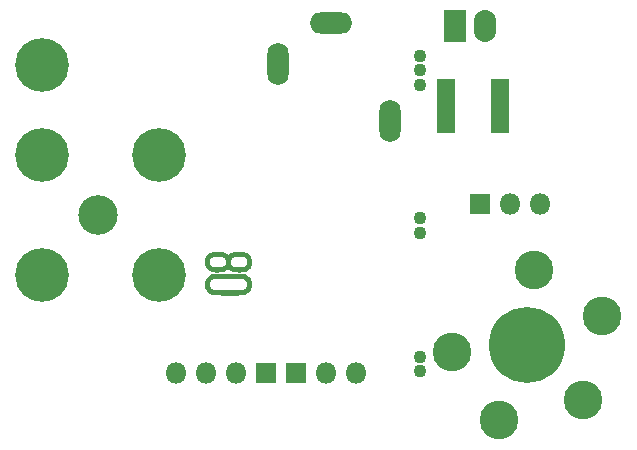
<source format=gts>
G04 #@! TF.FileFunction,Soldermask,Top*
%FSLAX46Y46*%
G04 Gerber Fmt 4.6, Leading zero omitted, Abs format (unit mm)*
G04 Created by KiCad (PCBNEW 4.0.2-stable) date 2019-06-10 2:37:03 PM*
%MOMM*%
G01*
G04 APERTURE LIST*
%ADD10C,0.200000*%
%ADD11C,0.010000*%
%ADD12C,1.100000*%
%ADD13R,1.600000X4.600000*%
%ADD14R,1.800000X1.800000*%
%ADD15O,1.800000X1.800000*%
%ADD16R,1.900000X2.700000*%
%ADD17O,1.900000X2.700000*%
%ADD18C,6.450000*%
%ADD19C,3.275000*%
%ADD20C,3.351200*%
%ADD21C,4.545000*%
%ADD22O,3.600000X1.800000*%
%ADD23O,1.800000X3.600000*%
G04 APERTURE END LIST*
D10*
D11*
G36*
X319452801Y-79552528D02*
X319437957Y-79662340D01*
X319411940Y-79765105D01*
X319374695Y-79857269D01*
X319374065Y-79858524D01*
X319319400Y-79949825D01*
X319252872Y-80029712D01*
X319173996Y-80098430D01*
X319082290Y-80156225D01*
X318977270Y-80203343D01*
X318858453Y-80240032D01*
X318725354Y-80266536D01*
X318577491Y-80283102D01*
X318534716Y-80285918D01*
X318433071Y-80289195D01*
X318325885Y-80288210D01*
X318219123Y-80283231D01*
X318118748Y-80274528D01*
X318036899Y-80263419D01*
X317972667Y-80250257D01*
X317902924Y-80231843D01*
X317833307Y-80209973D01*
X317769451Y-80186442D01*
X317716990Y-80163044D01*
X317709498Y-80159148D01*
X317671357Y-80136707D01*
X317629331Y-80108698D01*
X317587869Y-80078428D01*
X317551416Y-80049201D01*
X317524417Y-80024324D01*
X317517060Y-80016083D01*
X317497353Y-79991679D01*
X317455587Y-80031319D01*
X317366465Y-80103481D01*
X317263474Y-80163961D01*
X317146639Y-80212750D01*
X317015982Y-80249837D01*
X316942861Y-80264447D01*
X316857687Y-80275997D01*
X316759829Y-80283805D01*
X316654215Y-80287870D01*
X316545773Y-80288193D01*
X316439431Y-80284774D01*
X316340116Y-80277613D01*
X316252756Y-80266711D01*
X316238949Y-80264399D01*
X316104175Y-80233958D01*
X315983652Y-80192321D01*
X315877313Y-80139433D01*
X315785089Y-80075238D01*
X315706913Y-79999682D01*
X315642718Y-79912709D01*
X315592434Y-79814264D01*
X315557594Y-79710464D01*
X315548091Y-79661932D01*
X315540889Y-79600275D01*
X315536119Y-79530382D01*
X315533916Y-79457140D01*
X315534413Y-79385438D01*
X315537742Y-79320165D01*
X315544036Y-79266208D01*
X315545305Y-79259070D01*
X315574109Y-79144854D01*
X315615406Y-79042477D01*
X315669559Y-78951646D01*
X315736927Y-78872074D01*
X315817873Y-78803468D01*
X315912759Y-78745539D01*
X316021945Y-78697997D01*
X316145794Y-78660552D01*
X316284667Y-78632913D01*
X316334321Y-78625834D01*
X316381428Y-78621405D01*
X316442092Y-78618203D01*
X316511909Y-78616229D01*
X316529662Y-78616052D01*
X316529662Y-78962994D01*
X316455632Y-78964663D01*
X316390224Y-78968255D01*
X316337254Y-78973859D01*
X316334321Y-78974297D01*
X316224455Y-78996218D01*
X316130512Y-79026362D01*
X316051956Y-79065321D01*
X315988250Y-79113685D01*
X315938858Y-79172048D01*
X315903243Y-79240999D01*
X315880869Y-79321131D01*
X315871200Y-79413035D01*
X315871691Y-79484406D01*
X315876249Y-79540397D01*
X315884164Y-79593325D01*
X315893851Y-79634085D01*
X315921889Y-79704481D01*
X315959734Y-79763284D01*
X316009088Y-79811995D01*
X316071654Y-79852115D01*
X316149134Y-79885145D01*
X316195326Y-79899855D01*
X316256812Y-79915384D01*
X316321927Y-79926978D01*
X316394062Y-79934992D01*
X316476606Y-79939778D01*
X316572952Y-79941690D01*
X316597631Y-79941760D01*
X316731444Y-79938698D01*
X316849074Y-79929185D01*
X316951450Y-79912799D01*
X317039498Y-79889119D01*
X317114149Y-79857722D01*
X317176331Y-79818186D01*
X317226971Y-79770090D01*
X317266999Y-79713012D01*
X317297343Y-79646530D01*
X317306216Y-79619750D01*
X317316697Y-79569437D01*
X317322438Y-79507598D01*
X317323499Y-79440205D01*
X317319939Y-79373229D01*
X317311819Y-79312640D01*
X317302751Y-79274915D01*
X317272231Y-79201770D01*
X317228808Y-79139131D01*
X317171736Y-79086409D01*
X317100274Y-79043015D01*
X317013676Y-79008360D01*
X316941146Y-78988396D01*
X316895541Y-78980389D01*
X316835656Y-78973774D01*
X316765310Y-78968638D01*
X316688317Y-78965070D01*
X316608495Y-78963159D01*
X316529662Y-78962994D01*
X316529662Y-78616052D01*
X316586471Y-78615484D01*
X316661370Y-78615969D01*
X316732202Y-78617685D01*
X316794558Y-78620632D01*
X316844032Y-78624813D01*
X316851393Y-78625718D01*
X316995438Y-78650250D01*
X317124138Y-78684094D01*
X317237793Y-78727373D01*
X317336699Y-78780209D01*
X317421156Y-78842724D01*
X317452286Y-78871790D01*
X317490750Y-78910293D01*
X317533928Y-78869972D01*
X317612239Y-78805646D01*
X317699221Y-78751375D01*
X317796286Y-78706665D01*
X317904842Y-78671021D01*
X318026299Y-78643952D01*
X318162068Y-78624962D01*
X318257001Y-78616829D01*
X318335077Y-78613970D01*
X318335077Y-78962486D01*
X318262684Y-78963701D01*
X318199037Y-78966821D01*
X318155718Y-78970926D01*
X318052061Y-78988539D01*
X317959649Y-79013592D01*
X317880403Y-79045426D01*
X317816243Y-79083383D01*
X317806897Y-79090458D01*
X317764319Y-79133743D01*
X317727064Y-79190749D01*
X317697224Y-79257347D01*
X317676887Y-79329406D01*
X317672182Y-79356679D01*
X317667965Y-79410740D01*
X317668350Y-79473929D01*
X317672914Y-79538502D01*
X317681237Y-79596715D01*
X317686519Y-79620417D01*
X317712161Y-79693147D01*
X317748923Y-79754544D01*
X317798135Y-79805824D01*
X317861126Y-79848207D01*
X317939225Y-79882911D01*
X317991604Y-79899894D01*
X318053081Y-79915415D01*
X318118224Y-79927003D01*
X318190420Y-79935010D01*
X318273051Y-79939789D01*
X318369504Y-79941692D01*
X318393774Y-79941760D01*
X318487483Y-79940721D01*
X318567015Y-79937326D01*
X318636225Y-79931208D01*
X318698968Y-79922002D01*
X318759101Y-79909340D01*
X318774275Y-79905567D01*
X318865526Y-79876062D01*
X318941473Y-79837679D01*
X319002759Y-79789568D01*
X319050025Y-79730878D01*
X319083913Y-79660758D01*
X319105066Y-79578359D01*
X319114124Y-79482828D01*
X319114580Y-79454643D01*
X319112562Y-79382977D01*
X319105588Y-79323536D01*
X319092623Y-79270833D01*
X319072636Y-79219380D01*
X319068637Y-79210727D01*
X319029391Y-79148545D01*
X318974371Y-79094397D01*
X318904300Y-79048771D01*
X318819902Y-79012152D01*
X318738250Y-78988660D01*
X318693950Y-78980898D01*
X318635376Y-78974340D01*
X318566366Y-78969103D01*
X318490754Y-78965304D01*
X318412379Y-78963059D01*
X318335077Y-78962486D01*
X318335077Y-78613970D01*
X318374915Y-78612510D01*
X318495435Y-78614833D01*
X318614618Y-78623398D01*
X318728519Y-78637804D01*
X318833193Y-78657650D01*
X318924696Y-78682536D01*
X318933840Y-78685582D01*
X319003741Y-78712708D01*
X319073527Y-78745776D01*
X319136486Y-78781417D01*
X319170519Y-78804332D01*
X319217764Y-78844155D01*
X319266653Y-78894108D01*
X319312179Y-78948474D01*
X319349335Y-79001535D01*
X319361307Y-79022182D01*
X319401520Y-79113908D01*
X319430830Y-79216360D01*
X319449183Y-79325983D01*
X319456524Y-79439224D01*
X319452801Y-79552528D01*
X319452801Y-79552528D01*
G37*
X319452801Y-79552528D02*
X319437957Y-79662340D01*
X319411940Y-79765105D01*
X319374695Y-79857269D01*
X319374065Y-79858524D01*
X319319400Y-79949825D01*
X319252872Y-80029712D01*
X319173996Y-80098430D01*
X319082290Y-80156225D01*
X318977270Y-80203343D01*
X318858453Y-80240032D01*
X318725354Y-80266536D01*
X318577491Y-80283102D01*
X318534716Y-80285918D01*
X318433071Y-80289195D01*
X318325885Y-80288210D01*
X318219123Y-80283231D01*
X318118748Y-80274528D01*
X318036899Y-80263419D01*
X317972667Y-80250257D01*
X317902924Y-80231843D01*
X317833307Y-80209973D01*
X317769451Y-80186442D01*
X317716990Y-80163044D01*
X317709498Y-80159148D01*
X317671357Y-80136707D01*
X317629331Y-80108698D01*
X317587869Y-80078428D01*
X317551416Y-80049201D01*
X317524417Y-80024324D01*
X317517060Y-80016083D01*
X317497353Y-79991679D01*
X317455587Y-80031319D01*
X317366465Y-80103481D01*
X317263474Y-80163961D01*
X317146639Y-80212750D01*
X317015982Y-80249837D01*
X316942861Y-80264447D01*
X316857687Y-80275997D01*
X316759829Y-80283805D01*
X316654215Y-80287870D01*
X316545773Y-80288193D01*
X316439431Y-80284774D01*
X316340116Y-80277613D01*
X316252756Y-80266711D01*
X316238949Y-80264399D01*
X316104175Y-80233958D01*
X315983652Y-80192321D01*
X315877313Y-80139433D01*
X315785089Y-80075238D01*
X315706913Y-79999682D01*
X315642718Y-79912709D01*
X315592434Y-79814264D01*
X315557594Y-79710464D01*
X315548091Y-79661932D01*
X315540889Y-79600275D01*
X315536119Y-79530382D01*
X315533916Y-79457140D01*
X315534413Y-79385438D01*
X315537742Y-79320165D01*
X315544036Y-79266208D01*
X315545305Y-79259070D01*
X315574109Y-79144854D01*
X315615406Y-79042477D01*
X315669559Y-78951646D01*
X315736927Y-78872074D01*
X315817873Y-78803468D01*
X315912759Y-78745539D01*
X316021945Y-78697997D01*
X316145794Y-78660552D01*
X316284667Y-78632913D01*
X316334321Y-78625834D01*
X316381428Y-78621405D01*
X316442092Y-78618203D01*
X316511909Y-78616229D01*
X316529662Y-78616052D01*
X316529662Y-78962994D01*
X316455632Y-78964663D01*
X316390224Y-78968255D01*
X316337254Y-78973859D01*
X316334321Y-78974297D01*
X316224455Y-78996218D01*
X316130512Y-79026362D01*
X316051956Y-79065321D01*
X315988250Y-79113685D01*
X315938858Y-79172048D01*
X315903243Y-79240999D01*
X315880869Y-79321131D01*
X315871200Y-79413035D01*
X315871691Y-79484406D01*
X315876249Y-79540397D01*
X315884164Y-79593325D01*
X315893851Y-79634085D01*
X315921889Y-79704481D01*
X315959734Y-79763284D01*
X316009088Y-79811995D01*
X316071654Y-79852115D01*
X316149134Y-79885145D01*
X316195326Y-79899855D01*
X316256812Y-79915384D01*
X316321927Y-79926978D01*
X316394062Y-79934992D01*
X316476606Y-79939778D01*
X316572952Y-79941690D01*
X316597631Y-79941760D01*
X316731444Y-79938698D01*
X316849074Y-79929185D01*
X316951450Y-79912799D01*
X317039498Y-79889119D01*
X317114149Y-79857722D01*
X317176331Y-79818186D01*
X317226971Y-79770090D01*
X317266999Y-79713012D01*
X317297343Y-79646530D01*
X317306216Y-79619750D01*
X317316697Y-79569437D01*
X317322438Y-79507598D01*
X317323499Y-79440205D01*
X317319939Y-79373229D01*
X317311819Y-79312640D01*
X317302751Y-79274915D01*
X317272231Y-79201770D01*
X317228808Y-79139131D01*
X317171736Y-79086409D01*
X317100274Y-79043015D01*
X317013676Y-79008360D01*
X316941146Y-78988396D01*
X316895541Y-78980389D01*
X316835656Y-78973774D01*
X316765310Y-78968638D01*
X316688317Y-78965070D01*
X316608495Y-78963159D01*
X316529662Y-78962994D01*
X316529662Y-78616052D01*
X316586471Y-78615484D01*
X316661370Y-78615969D01*
X316732202Y-78617685D01*
X316794558Y-78620632D01*
X316844032Y-78624813D01*
X316851393Y-78625718D01*
X316995438Y-78650250D01*
X317124138Y-78684094D01*
X317237793Y-78727373D01*
X317336699Y-78780209D01*
X317421156Y-78842724D01*
X317452286Y-78871790D01*
X317490750Y-78910293D01*
X317533928Y-78869972D01*
X317612239Y-78805646D01*
X317699221Y-78751375D01*
X317796286Y-78706665D01*
X317904842Y-78671021D01*
X318026299Y-78643952D01*
X318162068Y-78624962D01*
X318257001Y-78616829D01*
X318335077Y-78613970D01*
X318335077Y-78962486D01*
X318262684Y-78963701D01*
X318199037Y-78966821D01*
X318155718Y-78970926D01*
X318052061Y-78988539D01*
X317959649Y-79013592D01*
X317880403Y-79045426D01*
X317816243Y-79083383D01*
X317806897Y-79090458D01*
X317764319Y-79133743D01*
X317727064Y-79190749D01*
X317697224Y-79257347D01*
X317676887Y-79329406D01*
X317672182Y-79356679D01*
X317667965Y-79410740D01*
X317668350Y-79473929D01*
X317672914Y-79538502D01*
X317681237Y-79596715D01*
X317686519Y-79620417D01*
X317712161Y-79693147D01*
X317748923Y-79754544D01*
X317798135Y-79805824D01*
X317861126Y-79848207D01*
X317939225Y-79882911D01*
X317991604Y-79899894D01*
X318053081Y-79915415D01*
X318118224Y-79927003D01*
X318190420Y-79935010D01*
X318273051Y-79939789D01*
X318369504Y-79941692D01*
X318393774Y-79941760D01*
X318487483Y-79940721D01*
X318567015Y-79937326D01*
X318636225Y-79931208D01*
X318698968Y-79922002D01*
X318759101Y-79909340D01*
X318774275Y-79905567D01*
X318865526Y-79876062D01*
X318941473Y-79837679D01*
X319002759Y-79789568D01*
X319050025Y-79730878D01*
X319083913Y-79660758D01*
X319105066Y-79578359D01*
X319114124Y-79482828D01*
X319114580Y-79454643D01*
X319112562Y-79382977D01*
X319105588Y-79323536D01*
X319092623Y-79270833D01*
X319072636Y-79219380D01*
X319068637Y-79210727D01*
X319029391Y-79148545D01*
X318974371Y-79094397D01*
X318904300Y-79048771D01*
X318819902Y-79012152D01*
X318738250Y-78988660D01*
X318693950Y-78980898D01*
X318635376Y-78974340D01*
X318566366Y-78969103D01*
X318490754Y-78965304D01*
X318412379Y-78963059D01*
X318335077Y-78962486D01*
X318335077Y-78613970D01*
X318374915Y-78612510D01*
X318495435Y-78614833D01*
X318614618Y-78623398D01*
X318728519Y-78637804D01*
X318833193Y-78657650D01*
X318924696Y-78682536D01*
X318933840Y-78685582D01*
X319003741Y-78712708D01*
X319073527Y-78745776D01*
X319136486Y-78781417D01*
X319170519Y-78804332D01*
X319217764Y-78844155D01*
X319266653Y-78894108D01*
X319312179Y-78948474D01*
X319349335Y-79001535D01*
X319361307Y-79022182D01*
X319401520Y-79113908D01*
X319430830Y-79216360D01*
X319449183Y-79325983D01*
X319456524Y-79439224D01*
X319452801Y-79552528D01*
G36*
X319453064Y-81396670D02*
X319449264Y-81465612D01*
X319443088Y-81527929D01*
X319434635Y-81578714D01*
X319434084Y-81581169D01*
X319399317Y-81698194D01*
X319351055Y-81803488D01*
X319289207Y-81897117D01*
X319213676Y-81979147D01*
X319124371Y-82049644D01*
X319021197Y-82108676D01*
X318904060Y-82156309D01*
X318772866Y-82192608D01*
X318627523Y-82217640D01*
X318519478Y-82228339D01*
X318482984Y-82230184D01*
X318428433Y-82231748D01*
X318355909Y-82233029D01*
X318265494Y-82234027D01*
X318157273Y-82234741D01*
X318031328Y-82235173D01*
X317887744Y-82235319D01*
X317726603Y-82235182D01*
X317547989Y-82234759D01*
X317395679Y-82234227D01*
X317237586Y-82233581D01*
X317096565Y-82232942D01*
X316971541Y-82232290D01*
X316861442Y-82231609D01*
X316765197Y-82230878D01*
X316681731Y-82230079D01*
X316609974Y-82229193D01*
X316548852Y-82228202D01*
X316497293Y-82227086D01*
X316454225Y-82225828D01*
X316418575Y-82224407D01*
X316389270Y-82222806D01*
X316365238Y-82221006D01*
X316345407Y-82218987D01*
X316328704Y-82216732D01*
X316320714Y-82215428D01*
X316198874Y-82190668D01*
X316092201Y-82160705D01*
X315998179Y-82124382D01*
X315914288Y-82080540D01*
X315838010Y-82028021D01*
X315766828Y-81965668D01*
X315757484Y-81956445D01*
X315686840Y-81876611D01*
X315630356Y-81791764D01*
X315587358Y-81700053D01*
X315557176Y-81599626D01*
X315539138Y-81488629D01*
X315532574Y-81365211D01*
X315532606Y-81335862D01*
X315533728Y-81286499D01*
X315535917Y-81237808D01*
X315538837Y-81195969D01*
X315541561Y-81170964D01*
X315563377Y-81071714D01*
X315599102Y-80972716D01*
X315646345Y-80879523D01*
X315701915Y-80798674D01*
X315779166Y-80717189D01*
X315870832Y-80646632D01*
X315976937Y-80586992D01*
X316097504Y-80538257D01*
X316232559Y-80500413D01*
X316311643Y-80484481D01*
X316325621Y-80482611D01*
X316345851Y-80480932D01*
X316373210Y-80479437D01*
X316408576Y-80478115D01*
X316452830Y-80476957D01*
X316506848Y-80475956D01*
X316571510Y-80475101D01*
X316647694Y-80474384D01*
X316736279Y-80473796D01*
X316838143Y-80473328D01*
X316954165Y-80472970D01*
X317085223Y-80472715D01*
X317232196Y-80472553D01*
X317395963Y-80472475D01*
X317482285Y-80472466D01*
X317482285Y-80803339D01*
X317358267Y-80803397D01*
X317235961Y-80803596D01*
X317116895Y-80803936D01*
X317002596Y-80804419D01*
X316894589Y-80805044D01*
X316794402Y-80805811D01*
X316703561Y-80806722D01*
X316623592Y-80807776D01*
X316556023Y-80808973D01*
X316502380Y-80810315D01*
X316464190Y-80811801D01*
X316446408Y-80813031D01*
X316324364Y-80830534D01*
X316217782Y-80857098D01*
X316126224Y-80893051D01*
X316049250Y-80938720D01*
X315986418Y-80994433D01*
X315937291Y-81060518D01*
X315901427Y-81137302D01*
X315878387Y-81225112D01*
X315876237Y-81237821D01*
X315870649Y-81299800D01*
X315871216Y-81369938D01*
X315877414Y-81441229D01*
X315888721Y-81506670D01*
X315899127Y-81544451D01*
X315931815Y-81620711D01*
X315975577Y-81686183D01*
X316031435Y-81741594D01*
X316100410Y-81787671D01*
X316183523Y-81825141D01*
X316281797Y-81854730D01*
X316357758Y-81870712D01*
X316373256Y-81873243D01*
X316390859Y-81875502D01*
X316411684Y-81877509D01*
X316436851Y-81879285D01*
X316467476Y-81880851D01*
X316504677Y-81882228D01*
X316549574Y-81883437D01*
X316603282Y-81884500D01*
X316666922Y-81885437D01*
X316741609Y-81886268D01*
X316828463Y-81887016D01*
X316928601Y-81887701D01*
X317043141Y-81888344D01*
X317173201Y-81888966D01*
X317319900Y-81889589D01*
X317374743Y-81889808D01*
X317551219Y-81890421D01*
X317710555Y-81890782D01*
X317853752Y-81890871D01*
X317981810Y-81890664D01*
X318095731Y-81890141D01*
X318196516Y-81889279D01*
X318285166Y-81888057D01*
X318362681Y-81886453D01*
X318430064Y-81884445D01*
X318488315Y-81882011D01*
X318538435Y-81879130D01*
X318581425Y-81875779D01*
X318618286Y-81871938D01*
X318650020Y-81867584D01*
X318677626Y-81862696D01*
X318684290Y-81861326D01*
X318786418Y-81834128D01*
X318873083Y-81798622D01*
X318945348Y-81753988D01*
X319004276Y-81699404D01*
X319050930Y-81634050D01*
X319086374Y-81557104D01*
X319089455Y-81548414D01*
X319097472Y-81523305D01*
X319103106Y-81499374D01*
X319106744Y-81472676D01*
X319108774Y-81439269D01*
X319109581Y-81395209D01*
X319109584Y-81343322D01*
X319109050Y-81285957D01*
X319107729Y-81242928D01*
X319105229Y-81210433D01*
X319101158Y-81184667D01*
X319095125Y-81161829D01*
X319089131Y-81144475D01*
X319062918Y-81082955D01*
X319032776Y-81032870D01*
X318994376Y-80987518D01*
X318976440Y-80969866D01*
X318912921Y-80920414D01*
X318836249Y-80880088D01*
X318745591Y-80848585D01*
X318640113Y-80825599D01*
X318548442Y-80813530D01*
X318522942Y-80811921D01*
X318480836Y-80810449D01*
X318423651Y-80809115D01*
X318352912Y-80807918D01*
X318270147Y-80806859D01*
X318176882Y-80805938D01*
X318074643Y-80805156D01*
X317964959Y-80804513D01*
X317849354Y-80804010D01*
X317729355Y-80803646D01*
X317606491Y-80803422D01*
X317482285Y-80803339D01*
X317482285Y-80472466D01*
X317490929Y-80472464D01*
X317662533Y-80472458D01*
X317817043Y-80472469D01*
X317955504Y-80472548D01*
X318078966Y-80472742D01*
X318188475Y-80473099D01*
X318285079Y-80473667D01*
X318369826Y-80474496D01*
X318443763Y-80475633D01*
X318507938Y-80477126D01*
X318563399Y-80479025D01*
X318611192Y-80481376D01*
X318652366Y-80484229D01*
X318687968Y-80487631D01*
X318719045Y-80491632D01*
X318746646Y-80496279D01*
X318771818Y-80501620D01*
X318795609Y-80507704D01*
X318819065Y-80514579D01*
X318843235Y-80522294D01*
X318869166Y-80530896D01*
X318886933Y-80536811D01*
X319006633Y-80584087D01*
X319111658Y-80641892D01*
X319202430Y-80710694D01*
X319279373Y-80790964D01*
X319342909Y-80883169D01*
X319393462Y-80987779D01*
X319431454Y-81105263D01*
X319442568Y-81152822D01*
X319449241Y-81199180D01*
X319453150Y-81258546D01*
X319454392Y-81326012D01*
X319453064Y-81396670D01*
X319453064Y-81396670D01*
G37*
X319453064Y-81396670D02*
X319449264Y-81465612D01*
X319443088Y-81527929D01*
X319434635Y-81578714D01*
X319434084Y-81581169D01*
X319399317Y-81698194D01*
X319351055Y-81803488D01*
X319289207Y-81897117D01*
X319213676Y-81979147D01*
X319124371Y-82049644D01*
X319021197Y-82108676D01*
X318904060Y-82156309D01*
X318772866Y-82192608D01*
X318627523Y-82217640D01*
X318519478Y-82228339D01*
X318482984Y-82230184D01*
X318428433Y-82231748D01*
X318355909Y-82233029D01*
X318265494Y-82234027D01*
X318157273Y-82234741D01*
X318031328Y-82235173D01*
X317887744Y-82235319D01*
X317726603Y-82235182D01*
X317547989Y-82234759D01*
X317395679Y-82234227D01*
X317237586Y-82233581D01*
X317096565Y-82232942D01*
X316971541Y-82232290D01*
X316861442Y-82231609D01*
X316765197Y-82230878D01*
X316681731Y-82230079D01*
X316609974Y-82229193D01*
X316548852Y-82228202D01*
X316497293Y-82227086D01*
X316454225Y-82225828D01*
X316418575Y-82224407D01*
X316389270Y-82222806D01*
X316365238Y-82221006D01*
X316345407Y-82218987D01*
X316328704Y-82216732D01*
X316320714Y-82215428D01*
X316198874Y-82190668D01*
X316092201Y-82160705D01*
X315998179Y-82124382D01*
X315914288Y-82080540D01*
X315838010Y-82028021D01*
X315766828Y-81965668D01*
X315757484Y-81956445D01*
X315686840Y-81876611D01*
X315630356Y-81791764D01*
X315587358Y-81700053D01*
X315557176Y-81599626D01*
X315539138Y-81488629D01*
X315532574Y-81365211D01*
X315532606Y-81335862D01*
X315533728Y-81286499D01*
X315535917Y-81237808D01*
X315538837Y-81195969D01*
X315541561Y-81170964D01*
X315563377Y-81071714D01*
X315599102Y-80972716D01*
X315646345Y-80879523D01*
X315701915Y-80798674D01*
X315779166Y-80717189D01*
X315870832Y-80646632D01*
X315976937Y-80586992D01*
X316097504Y-80538257D01*
X316232559Y-80500413D01*
X316311643Y-80484481D01*
X316325621Y-80482611D01*
X316345851Y-80480932D01*
X316373210Y-80479437D01*
X316408576Y-80478115D01*
X316452830Y-80476957D01*
X316506848Y-80475956D01*
X316571510Y-80475101D01*
X316647694Y-80474384D01*
X316736279Y-80473796D01*
X316838143Y-80473328D01*
X316954165Y-80472970D01*
X317085223Y-80472715D01*
X317232196Y-80472553D01*
X317395963Y-80472475D01*
X317482285Y-80472466D01*
X317482285Y-80803339D01*
X317358267Y-80803397D01*
X317235961Y-80803596D01*
X317116895Y-80803936D01*
X317002596Y-80804419D01*
X316894589Y-80805044D01*
X316794402Y-80805811D01*
X316703561Y-80806722D01*
X316623592Y-80807776D01*
X316556023Y-80808973D01*
X316502380Y-80810315D01*
X316464190Y-80811801D01*
X316446408Y-80813031D01*
X316324364Y-80830534D01*
X316217782Y-80857098D01*
X316126224Y-80893051D01*
X316049250Y-80938720D01*
X315986418Y-80994433D01*
X315937291Y-81060518D01*
X315901427Y-81137302D01*
X315878387Y-81225112D01*
X315876237Y-81237821D01*
X315870649Y-81299800D01*
X315871216Y-81369938D01*
X315877414Y-81441229D01*
X315888721Y-81506670D01*
X315899127Y-81544451D01*
X315931815Y-81620711D01*
X315975577Y-81686183D01*
X316031435Y-81741594D01*
X316100410Y-81787671D01*
X316183523Y-81825141D01*
X316281797Y-81854730D01*
X316357758Y-81870712D01*
X316373256Y-81873243D01*
X316390859Y-81875502D01*
X316411684Y-81877509D01*
X316436851Y-81879285D01*
X316467476Y-81880851D01*
X316504677Y-81882228D01*
X316549574Y-81883437D01*
X316603282Y-81884500D01*
X316666922Y-81885437D01*
X316741609Y-81886268D01*
X316828463Y-81887016D01*
X316928601Y-81887701D01*
X317043141Y-81888344D01*
X317173201Y-81888966D01*
X317319900Y-81889589D01*
X317374743Y-81889808D01*
X317551219Y-81890421D01*
X317710555Y-81890782D01*
X317853752Y-81890871D01*
X317981810Y-81890664D01*
X318095731Y-81890141D01*
X318196516Y-81889279D01*
X318285166Y-81888057D01*
X318362681Y-81886453D01*
X318430064Y-81884445D01*
X318488315Y-81882011D01*
X318538435Y-81879130D01*
X318581425Y-81875779D01*
X318618286Y-81871938D01*
X318650020Y-81867584D01*
X318677626Y-81862696D01*
X318684290Y-81861326D01*
X318786418Y-81834128D01*
X318873083Y-81798622D01*
X318945348Y-81753988D01*
X319004276Y-81699404D01*
X319050930Y-81634050D01*
X319086374Y-81557104D01*
X319089455Y-81548414D01*
X319097472Y-81523305D01*
X319103106Y-81499374D01*
X319106744Y-81472676D01*
X319108774Y-81439269D01*
X319109581Y-81395209D01*
X319109584Y-81343322D01*
X319109050Y-81285957D01*
X319107729Y-81242928D01*
X319105229Y-81210433D01*
X319101158Y-81184667D01*
X319095125Y-81161829D01*
X319089131Y-81144475D01*
X319062918Y-81082955D01*
X319032776Y-81032870D01*
X318994376Y-80987518D01*
X318976440Y-80969866D01*
X318912921Y-80920414D01*
X318836249Y-80880088D01*
X318745591Y-80848585D01*
X318640113Y-80825599D01*
X318548442Y-80813530D01*
X318522942Y-80811921D01*
X318480836Y-80810449D01*
X318423651Y-80809115D01*
X318352912Y-80807918D01*
X318270147Y-80806859D01*
X318176882Y-80805938D01*
X318074643Y-80805156D01*
X317964959Y-80804513D01*
X317849354Y-80804010D01*
X317729355Y-80803646D01*
X317606491Y-80803422D01*
X317482285Y-80803339D01*
X317482285Y-80472466D01*
X317490929Y-80472464D01*
X317662533Y-80472458D01*
X317817043Y-80472469D01*
X317955504Y-80472548D01*
X318078966Y-80472742D01*
X318188475Y-80473099D01*
X318285079Y-80473667D01*
X318369826Y-80474496D01*
X318443763Y-80475633D01*
X318507938Y-80477126D01*
X318563399Y-80479025D01*
X318611192Y-80481376D01*
X318652366Y-80484229D01*
X318687968Y-80487631D01*
X318719045Y-80491632D01*
X318746646Y-80496279D01*
X318771818Y-80501620D01*
X318795609Y-80507704D01*
X318819065Y-80514579D01*
X318843235Y-80522294D01*
X318869166Y-80530896D01*
X318886933Y-80536811D01*
X319006633Y-80584087D01*
X319111658Y-80641892D01*
X319202430Y-80710694D01*
X319279373Y-80790964D01*
X319342909Y-80883169D01*
X319393462Y-80987779D01*
X319431454Y-81105263D01*
X319442568Y-81152822D01*
X319449241Y-81199180D01*
X319453150Y-81258546D01*
X319454392Y-81326012D01*
X319453064Y-81396670D01*
D12*
X333750000Y-88750000D03*
X333750000Y-87500000D03*
X333750000Y-77000000D03*
X333750000Y-64500000D03*
X333750000Y-63250000D03*
X333750000Y-62000000D03*
X333750000Y-75750000D03*
D13*
X335994026Y-66250932D03*
X340494026Y-66250932D03*
D14*
X320710000Y-88900000D03*
D15*
X318170000Y-88900000D03*
X315630000Y-88900000D03*
X313090000Y-88900000D03*
D14*
X323250000Y-88900000D03*
D15*
X325790000Y-88900000D03*
X328330000Y-88900000D03*
D16*
X336744026Y-59500932D03*
D17*
X339284026Y-59500932D03*
D14*
X338874026Y-74600932D03*
D15*
X341414026Y-74600932D03*
X343954026Y-74600932D03*
D18*
X342854026Y-86500932D03*
D19*
X343412826Y-80150932D03*
X349204026Y-84062532D03*
X336504026Y-87059732D03*
X340415626Y-92850932D03*
X347523759Y-91170665D03*
D20*
X306500000Y-75500000D03*
D21*
X301750200Y-62800000D03*
X301750200Y-70420000D03*
X301750200Y-80580000D03*
X311656200Y-70420000D03*
X311656200Y-80580000D03*
D22*
X326250000Y-59250000D03*
D23*
X321750000Y-62750000D03*
X331250000Y-67550000D03*
M02*

</source>
